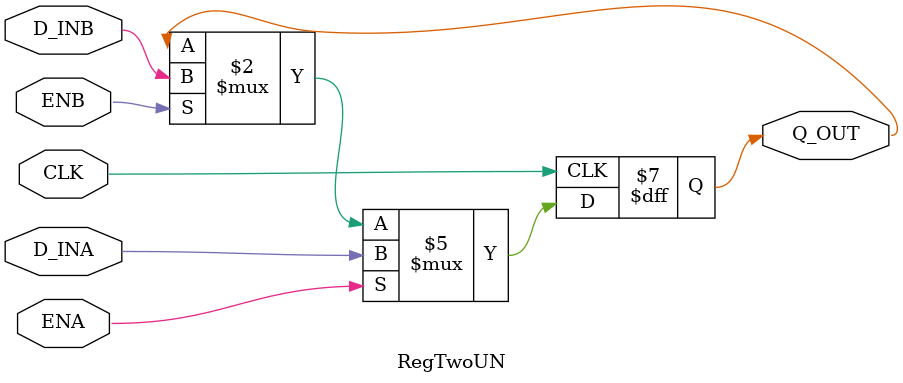
<source format=v>


// Permission is hereby granted, free of charge, to any person obtaining a copy
// of this software and associated documentation files (the "Software"), to deal
// in the Software without restriction, including without limitation the rights
// to use, copy, modify, merge, publish, distribute, sublicense, and/or sell
// copies of the Software, and to permit persons to whom the Software is
// furnished to do so, subject to the following conditions:

// The above copyright notice and this permission notice shall be included in
// all copies or substantial portions of the Software.

// THE SOFTWARE IS PROVIDED "AS IS", WITHOUT WARRANTY OF ANY KIND, EXPRESS OR
// IMPLIED, INCLUDING BUT NOT LIMITED TO THE WARRANTIES OF MERCHANTABILITY,
// FITNESS FOR A PARTICULAR PURPOSE AND NONINFRINGEMENT. IN NO EVENT SHALL THE
// AUTHORS OR COPYRIGHT HOLDERS BE LIABLE FOR ANY CLAIM, DAMAGES OR OTHER
// LIABILITY, WHETHER IN AN ACTION OF CONTRACT, TORT OR OTHERWISE, ARISING FROM,
// OUT OF OR IN CONNECTION WITH THE SOFTWARE OR THE USE OR OTHER DEALINGS IN
// THE SOFTWARE.
//
// $Revision: 24080 $
// $Date: 2011-05-18 19:32:52 +0000 (Wed, 18 May 2011) $

`ifdef BSV_ASSIGNMENT_DELAY
`else
`define BSV_ASSIGNMENT_DELAY
`endif



module RegTwoUN(CLK, ENA, D_INA, ENB, D_INB, Q_OUT);
   parameter width = 1;

   input     CLK ;
   input     ENA ;
   input     ENB ;
   input [width - 1 : 0] D_INA;
   input [width - 1 : 0] D_INB;

   output [width - 1 : 0] Q_OUT;
   reg [width - 1 : 0]    Q_OUT;


`ifdef BSV_NO_INITIAL_BLOCKS
`else // not BSV_NO_INITIAL_BLOCKS
   // synopsys translate_off
   initial begin
      Q_OUT = {((width + 1)/2){2'b10}} ;
   end
   // synopsys translate_on
`endif // BSV_NO_INITIAL_BLOCKS

   
   always@(posedge CLK) begin
      if (ENA)
        Q_OUT <= `BSV_ASSIGNMENT_DELAY D_INA;
      else if (ENB)
        Q_OUT <= `BSV_ASSIGNMENT_DELAY D_INB;
   end 
   
endmodule


</source>
